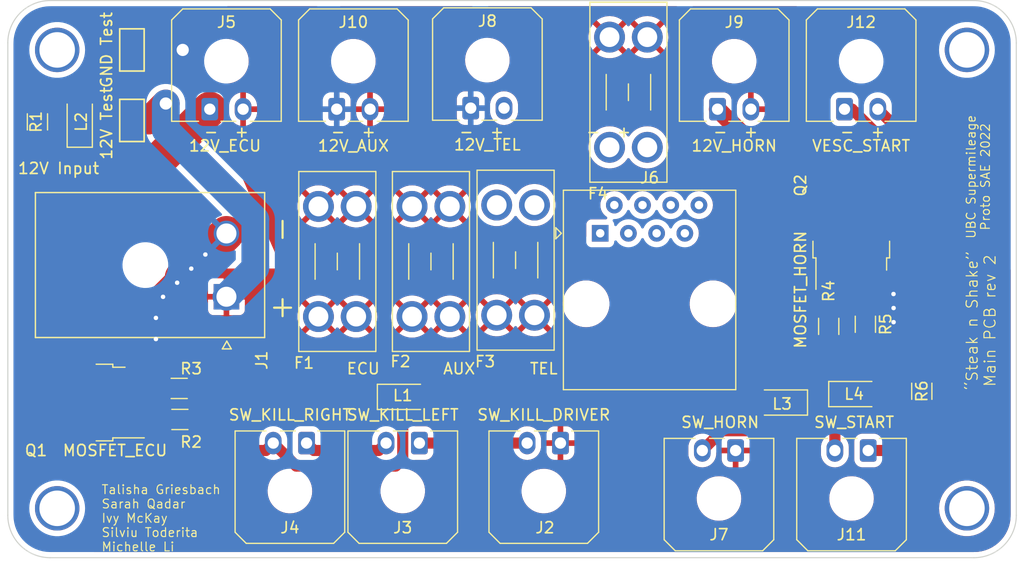
<source format=kicad_pcb>
(kicad_pcb (version 20211014) (generator pcbnew)
  (layers (0 "F.Cu" signal) (31 "B.Cu" signal) (34 "B.Paste" user) (35 "F.Paste" user) (36 "B.SilkS" user "B.Silkscreen") (37 "F.SilkS" user "F.Silkscreen") (38 "B.Mask" user) (39 "F.Mask" user) (44 "Edge.Cuts" user))
  (net 0 "")
  (net 1 "GND")
  (net 2 "+12V")
  (net 3 "Net-(F2-Pad1)")
  (net 4 "Net-(F3-Pad1)")
  (net 5 "Net-(F4-Pad1)")
  (net 6 "Net-(J2-Pad2)")
  (net 7 "Net-(J3-Pad2)")
  (net 8 "Net-(J5-Pad1)")
  (net 9 "Net-(J11-Pad1)")
  (net 10 "Net-(J12-Pad1)")
  (net 11 "Net-(F1-Pad1)")
  (net 12 "Net-(J4-Pad2)")
  (net 13 "Net-(J7-Pad2)")
  (net 14 "Net-(J9-Pad1)")
  (net 15 "Net-(J11-Pad2)")
  (net 16 "Net-(L1-Pad1)")
  (net 17 "Net-(L2-Pad1)")
  (net 18 "Net-(L3-Pad1)")
  (net 19 "Net-(L4-Pad1)")
  (net 23 "/VESC_START")
  (net 24 "/J11")
  (net 25 "/J7")
  (net 26 "/J2")
  (footprint "MountingHole:MountingHole_3.2mm_M3" (layer "F.Cu") (at 46.101 104.14)
    (fp_text reference "H1" hide)
    (fp_text value "MountingHole")
    (pad "1" thru_hole circle locked (at 0 0) (size 4 4) (drill 3.2) (layers *.Cu *.Mask))
  )
  (footprint "MountingHole:MountingHole_3.2mm_M3" (layer "F.Cu") (at 46.101 145.415)
    (fp_text reference "H2" hide)
    (fp_text value "MountingHole")
    (pad "1" thru_hole circle locked (at 0 0) (size 4 4) (drill 3.2) (layers *.Cu *.Mask))
  )
  (footprint "TestPoint:TestPoint_Keystone_5015_Micro-Minature" (layer "F.Cu") (at 52.832 110.49 90)
    (fp_text reference "TP1" hide)
    (fp_text value "12V Test" (at -0.254 -2.286 90) (layer "F.SilkS"))
    (fp_line (start 1.9 -1.1) (end 1.9 1.1) (layer "F.SilkS") (width 0.15))
    (fp_line (start -1.9 -1.1) (end 1.9 -1.1) (layer "F.SilkS") (width 0.15))
    (fp_line (start 1.9 1.1) (end -1.9 1.1) (layer "F.SilkS") (width 0.15))
    (fp_line (start -1.9 1.1) (end -1.9 -1.1) (layer "F.SilkS") (width 0.15))
    (pad "1" smd rect locked (at 0 0 90) (size 3.4 1.8) (layers "F.Cu" "F.Paste" "F.Mask") (net 2 "+12V"))
  )
  (footprint "TestPoint:TestPoint_Keystone_5015_Micro-Minature" (layer "F.Cu") (at 52.832 104.14 90)
    (fp_text reference "TP2" hide)
    (fp_text value "GND Test" (at 0 -2.286 90) (layer "F.SilkS"))
    (fp_line (start -1.9 -1.1) (end 1.9 -1.1) (layer "F.SilkS") (width 0.15))
    (fp_line (start 1.9 1.1) (end -1.9 1.1) (layer "F.SilkS") (width 0.15))
    (fp_line (start 1.9 -1.1) (end 1.9 1.1) (layer "F.SilkS") (width 0.15))
    (fp_line (start -1.9 1.1) (end -1.9 -1.1) (layer "F.SilkS") (width 0.15))
    (pad "1" smd rect locked (at 0 0 90) (size 3.4 1.8) (layers "F.Cu" "F.Paste" "F.Mask") (net 1 "GND"))
  )
  (footprint "LED_SMD:LED_1206_3216Metric" (layer "F.Cu") (at 77.216 135.382)
    (fp_text reference "L1" (at 0 -0.127) (layer "F.SilkS"))
    (fp_text value "GREEN")
    (fp_line (start 1.6 -1.135) (end -2.285 -1.135) (layer "F.SilkS") (width 0.12))
    (fp_line (start -2.285 1.135) (end 1.6 1.135) (layer "F.SilkS") (width 0.12))
    (fp_line (start -2.285 -1.135) (end -2.285 1.135) (layer "F.SilkS") (width 0.12))
    (pad "1" smd roundrect locked (at -1.4 0) (size 1.25 1.75) (layers "F.Cu" "F.Paste" "F.Mask") (roundrect_rratio 0.2) (net 16 "Net-(L1-Pad1)"))
    (pad "2" smd roundrect locked (at 1.4 0) (size 1.25 1.75) (layers "F.Cu" "F.Paste" "F.Mask") (roundrect_rratio 0.2) (net 12 "Net-(J4-Pad2)"))
  )
  (footprint "LED_SMD:LED_1206_3216Metric" (layer "F.Cu") (at 111.376 135.89 180)
    (fp_text reference "L3" (at 0 -0.127) (layer "F.SilkS"))
    (fp_text value "GREEN")
    (fp_line (start 1.6 -1.135) (end -2.285 -1.135) (layer "F.SilkS") (width 0.12))
    (fp_line (start -2.285 -1.135) (end -2.285 1.135) (layer "F.SilkS") (width 0.12))
    (fp_line (start -2.285 1.135) (end 1.6 1.135) (layer "F.SilkS") (width 0.12))
    (pad "1" smd roundrect locked (at -1.4 0 180) (size 1.25 1.75) (layers "F.Cu" "F.Paste" "F.Mask") (roundrect_rratio 0.2) (net 18 "Net-(L3-Pad1)"))
    (pad "2" smd roundrect locked (at 1.4 0 180) (size 1.25 1.75) (layers "F.Cu" "F.Paste" "F.Mask") (roundrect_rratio 0.2) (net 13 "Net-(J7-Pad2)"))
  )
  (footprint "Fuse:Fuseholder_Blade_Mini_Keystone_3568" (layer "F.Cu") (at 73.025 118.23 -90)
    (fp_text reference "F1" (at 14.097 4.699 180) (layer "F.SilkS"))
    (fp_text value "5A")
    (fp_line (start 13.06 5.17) (end 13.06 -1.77) (layer "F.SilkS") (width 0.12))
    (fp_line (start 13.06 -1.77) (end -3.14 -1.77) (layer "F.SilkS") (width 0.12))
    (fp_line (start 3.36 -0.3) (end 6.56 -0.3) (layer "F.SilkS") (width 0.12))
    (fp_line (start -3.14 -1.77) (end -3.14 5.17) (layer "F.SilkS") (width 0.12))
    (fp_line (start 6.56 3.7) (end 3.36 3.7) (layer "F.SilkS") (width 0.12))
    (fp_line (start 4.21 1.7) (end 5.71 1.7) (layer "F.SilkS") (width 0.12))
    (fp_line (start -3.14 5.17) (end 13.06 5.17) (layer "F.SilkS") (width 0.12))
    (pad "1" thru_hole circle locked (at 0 0 270) (size 2.78 2.78) (drill 1.78) (layers *.Cu *.Mask) (net 11 "Net-(F1-Pad1)"))
    (pad "1" thru_hole circle locked (at 0 3.4 270) (size 2.78 2.78) (drill 1.78) (layers *.Cu *.Mask) (net 11 "Net-(F1-Pad1)"))
    (pad "2" thru_hole circle locked (at 9.92 0 270) (size 2.78 2.78) (drill 1.78) (layers *.Cu *.Mask) (net 2 "+12V"))
    (pad "2" thru_hole circle locked (at 9.92 3.4 270) (size 2.78 2.78) (drill 1.78) (layers *.Cu *.Mask) (net 2 "+12V"))
  )
  (footprint "Fuse:Fuseholder_Blade_Mini_Keystone_3568" (layer "F.Cu") (at 81.456 118.23 -90)
    (fp_text reference "F2" (at 13.97 4.445 180) (layer "F.SilkS"))
    (fp_text value "1A")
    (fp_line (start 4.21 1.7) (end 5.71 1.7) (layer "F.SilkS") (width 0.12))
    (fp_line (start 13.06 -1.77) (end -3.14 -1.77) (layer "F.SilkS") (width 0.12))
    (fp_line (start -3.14 -1.77) (end -3.14 5.17) (layer "F.SilkS") (width 0.12))
    (fp_line (start 3.36 -0.3) (end 6.56 -0.3) (layer "F.SilkS") (width 0.12))
    (fp_line (start -3.14 5.17) (end 13.06 5.17) (layer "F.SilkS") (width 0.12))
    (fp_line (start 6.56 3.7) (end 3.36 3.7) (layer "F.SilkS") (width 0.12))
    (fp_line (start 13.06 5.17) (end 13.06 -1.77) (layer "F.SilkS") (width 0.12))
    (pad "1" thru_hole circle locked (at 0 0 270) (size 2.78 2.78) (drill 1.78) (layers *.Cu *.Mask) (net 3 "Net-(F2-Pad1)"))
    (pad "1" thru_hole circle locked (at 0 3.4 270) (size 2.78 2.78) (drill 1.78) (layers *.Cu *.Mask) (net 3 "Net-(F2-Pad1)"))
    (pad "2" thru_hole circle locked (at 9.92 3.4 270) (size 2.78 2.78) (drill 1.78) (layers *.Cu *.Mask) (net 2 "+12V"))
    (pad "2" thru_hole circle locked (at 9.92 0 270) (size 2.78 2.78) (drill 1.78) (layers *.Cu *.Mask) (net 2 "+12V"))
  )
  (footprint "Fuse:Fuseholder_Blade_Mini_Keystone_3568" (layer "F.Cu") (at 99.236 102.99 -90)
    (fp_text reference "F4" (at 14.097 4.445 180) (layer "F.SilkS"))
    (fp_text value "2A")
    (fp_line (start -3.14 5.17) (end 13.06 5.17) (layer "F.SilkS") (width 0.12))
    (fp_line (start 4.21 1.7) (end 5.71 1.7) (layer "F.SilkS") (width 0.12))
    (fp_line (start -3.14 -1.77) (end -3.14 5.17) (layer "F.SilkS") (width 0.12))
    (fp_line (start 6.56 3.7) (end 3.36 3.7) (layer "F.SilkS") (width 0.12))
    (fp_line (start 13.06 -1.77) (end -3.14 -1.77) (layer "F.SilkS") (width 0.12))
    (fp_line (start 3.36 -0.3) (end 6.56 -0.3) (layer "F.SilkS") (width 0.12))
    (fp_line (start 13.06 5.17) (end 13.06 -1.77) (layer "F.SilkS") (width 0.12))
    (pad "1" thru_hole circle locked (at 0 0 270) (size 2.78 2.78) (drill 1.78) (layers *.Cu *.Mask) (net 5 "Net-(F4-Pad1)"))
    (pad "1" thru_hole circle locked (at 0 3.4 270) (size 2.78 2.78) (drill 1.78) (layers *.Cu *.Mask) (net 5 "Net-(F4-Pad1)"))
    (pad "2" thru_hole circle locked (at 9.92 0 270) (size 2.78 2.78) (drill 1.78) (layers *.Cu *.Mask) (net 2 "+12V"))
    (pad "2" thru_hole circle locked (at 9.92 3.4 270) (size 2.78 2.78) (drill 1.78) (layers *.Cu *.Mask) (net 2 "+12V"))
  )
  (footprint "MountingHole:MountingHole_3.2mm_M3" (layer "F.Cu") (at 128.016 104.14)
    (fp_text reference "H3" hide)
    (fp_text value "MountingHole")
    (pad "1" thru_hole circle locked (at 0 0) (size 4 4) (drill 3.2) (layers *.Cu *.Mask))
  )
  (footprint "MountingHole:MountingHole_3.2mm_M3" (layer "F.Cu") (at 128.016 145.415)
    (fp_text reference "H4" hide)
    (fp_text value "MountingHole")
    (pad "1" thru_hole circle locked (at 0 0) (size 4 4) (drill 3.2) (layers *.Cu *.Mask))
  )
  (footprint "Connector_Molex:Molex_Micro-Fit_3.0_43650-0200_1x02_P3.00mm_Horizontal" (layer "F.Cu") (at 91.416 139.54 180)
    (fp_text reference "J2" (at 1.397 -7.62) (layer "F.SilkS"))
    (fp_text value "SW_KILL_DRIVER" (at 1.5 2.54) (layer "F.SilkS"))
    (fp_line (start -3.435 1.09) (end -1.01 1.09) (layer "F.SilkS") (width 0.12))
    (fp_line (start -3.435 -8.03) (end -2.435 -9.03) (layer "F.SilkS") (width 0.12))
    (fp_line (start 5.435 -9.03) (end 6.435 -8.03) (layer "F.SilkS") (width 0.12))
    (fp_line (start 1.01 1.09) (end 2.348233 1.09) (layer "F.SilkS") (width 0.12))
    (fp_line (start -2.435 -9.03) (end 5.435 -9.03) (layer "F.SilkS") (width 0.12))
    (fp_line (start 6.435 -8.03) (end 6.435 1.09) (layer "F.SilkS") (width 0.12))
    (fp_line (start 6.435 1.09) (end 3.651767 1.09) (layer "F.SilkS") (width 0.12))
    (fp_line (start -3.435 1.09) (end -3.435 -8.03) (layer "F.SilkS") (width 0.12))
    (pad "" np_thru_hole circle locked (at 1.5 -4.32 180) (size 3 3) (drill 3) (layers *.Cu *.Mask))
    (pad "1" thru_hole roundrect locked (at 0 0 180) (size 1.5 2.02) (drill 1.02) (layers *.Cu *.Mask) (roundrect_rratio 0.1666666667) (net 2 "+12V"))
    (pad "2" thru_hole oval locked (at 3 0 180) (size 1.5 2.02) (drill 1.02) (layers *.Cu *.Mask) (net 6 "Net-(J2-Pad2)"))
  )
  (footprint "Connector_Molex:Molex_Micro-Fit_3.0_43650-0200_1x02_P3.00mm_Horizontal" (layer "F.Cu") (at 78.716 139.54 180)
    (fp_text reference "J3" (at 1.5 -7.62) (layer "F.SilkS"))
    (fp_text value "SW_KILL_LEFT" (at 1.5 2.54) (layer "F.SilkS"))
    (fp_line (start -3.435 1.09) (end -3.435 -8.03) (layer "F.SilkS") (width 0.12))
    (fp_line (start 6.435 1.09) (end 3.651767 1.09) (layer "F.SilkS") (width 0.12))
    (fp_line (start -3.435 1.09) (end -1.01 1.09) (layer "F.SilkS") (width 0.12))
    (fp_line (start 1.01 1.09) (end 2.348233 1.09) (layer "F.SilkS") (width 0.12))
    (fp_line (start -2.435 -9.03) (end 5.435 -9.03) (layer "F.SilkS") (width 0.12))
    (fp_line (start 5.435 -9.03) (end 6.435 -8.03) (layer "F.SilkS") (width 0.12))
    (fp_line (start 6.435 -8.03) (end 6.435 1.09) (layer "F.SilkS") (width 0.12))
    (fp_line (start -3.435 -8.03) (end -2.435 -9.03) (layer "F.SilkS") (width 0.12))
    (pad "" np_thru_hole circle locked (at 1.5 -4.32 180) (size 3 3) (drill 3) (layers *.Cu *.Mask))
    (pad "1" thru_hole roundrect locked (at 0 0 180) (size 1.5 2.02) (drill 1.02) (layers *.Cu *.Mask) (roundrect_rratio 0.1666666667) (net 6 "Net-(J2-Pad2)"))
    (pad "2" thru_hole oval locked (at 3 0 180) (size 1.5 2.02) (drill 1.02) (layers *.Cu *.Mask) (net 7 "Net-(J3-Pad2)"))
  )
  (footprint "Connector_Molex:Molex_Micro-Fit_3.0_43650-0200_1x02_P3.00mm_Horizontal" (layer "F.Cu") (at 68.556 139.54 180)
    (fp_text reference "J4" (at 1.5 -7.62) (layer "F.SilkS"))
    (fp_text value "SW_KILL_RIGHT" (at 1.5 2.54) (layer "F.SilkS"))
    (fp_line (start -3.435 1.09) (end -3.435 -8.03) (layer "F.SilkS") (width 0.12))
    (fp_line (start 6.435 -8.03) (end 6.435 1.09) (layer "F.SilkS") (width 0.12))
    (fp_line (start -3.435 -8.03) (end -2.435 -9.03) (layer "F.SilkS") (width 0.12))
    (fp_line (start -2.435 -9.03) (end 5.435 -9.03) (layer "F.SilkS") (width 0.12))
    (fp_line (start 5.435 -9.03) (end 6.435 -8.03) (layer "F.SilkS") (width 0.12))
    (fp_line (start 6.435 1.09) (end 3.651767 1.09) (layer "F.SilkS") (width 0.12))
    (fp_line (start -3.435 1.09) (end -1.01 1.09) (layer "F.SilkS") (width 0.12))
    (fp_line (start 1.01 1.09) (end 2.348233 1.09) (layer "F.SilkS") (width 0.12))
    (pad "" np_thru_hole circle locked (at 1.5 -4.32 180) (size 3 3) (drill 3) (layers *.Cu *.Mask))
    (pad "1" thru_hole roundrect locked (at 0 0 180) (size 1.5 2.02) (drill 1.02) (layers *.Cu *.Mask) (roundrect_rratio 0.1666666667) (net 7 "Net-(J3-Pad2)"))
    (pad "2" thru_hole oval locked (at 3 0 180) (size 1.5 2.02) (drill 1.02) (layers *.Cu *.Mask) (net 12 "Net-(J4-Pad2)"))
  )
  (footprint "Connector_Molex:Molex_Micro-Fit_3.0_43650-0200_1x02_P3.00mm_Horizontal" (layer "F.Cu") (at 59.841 109.476)
    (fp_text reference "J5" (at 1.5 -7.834) (layer "F.SilkS"))
    (fp_text value "12V_ECU" (at 1.373 3.3) (layer "F.SilkS"))
    (fp_line (start -3.435 1.09) (end -1.01 1.09) (layer "F.SilkS") (width 0.12))
    (fp_line (start -2.435 -9.03) (end 5.435 -9.03) (layer "F.SilkS") (width 0.12))
    (fp_line (start -3.435 -8.03) (end -2.435 -9.03) (layer "F.SilkS") (width 0.12))
    (fp_line (start 6.435 -8.03) (end 6.435 1.09) (layer "F.SilkS") (width 0.12))
    (fp_line (start 6.435 1.09) (end 3.651767 1.09) (layer "F.SilkS") (width 0.12))
    (fp_line (start -3.435 1.09) (end -3.435 -8.03) (layer "F.SilkS") (width 0.12))
    (fp_line (start 1.01 1.09) (end 2.348233 1.09) (layer "F.SilkS") (width 0.12))
    (fp_line (start 5.435 -9.03) (end 6.435 -8.03) (layer "F.SilkS") (width 0.12))
    (pad "" np_thru_hole circle locked (at 1.5 -4.32) (size 3 3) (drill 3) (layers *.Cu *.Mask))
    (pad "1" thru_hole roundrect locked (at 0 0) (size 1.5 2.02) (drill 1.02) (layers *.Cu *.Mask) (roundrect_rratio 0.1666666667) (net 8 "Net-(J5-Pad1)"))
    (pad "2" thru_hole oval locked (at 3 0) (size 1.5 2.02) (drill 1.02) (layers *.Cu *.Mask) (net 11 "Net-(F1-Pad1)"))
  )
  (footprint "Connector_Molex:Molex_Micro-Fit_3.0_43650-0200_1x02_P3.00mm_Horizontal" (layer "F.Cu") (at 107.188 140.208 180)
    (fp_text reference "J7" (at 1.5 -7.58) (layer "F.SilkS"))
    (fp_text value "SW_HORN" (at 1.397 2.54) (layer "F.SilkS"))
    (fp_line (start 6.435 1.09) (end 3.651767 1.09) (layer "F.SilkS") (width 0.12))
    (fp_line (start 5.435 -9.03) (end 6.435 -8.03) (layer "F.SilkS") (width 0.12))
    (fp_line (start -3.435 1.09) (end -1.01 1.09) (layer "F.SilkS") (width 0.12))
    (fp_line (start -3.435 -8.03) (end -2.435 -9.03) (layer "F.SilkS") (width 0.12))
    (fp_line (start 6.435 -8.03) (end 6.435 1.09) (layer "F.SilkS") (width 0.12))
    (fp_line (start -2.435 -9.03) (end 5.435 -9.03) (layer "F.SilkS") (width 0.12))
    (fp_line (start 1.01 1.09) (end 2.348233 1.09) (layer "F.SilkS") (width 0.12))
    (fp_line (start -3.435 1.09) (end -3.435 -8.03) (layer "F.SilkS") (width 0.12))
    (pad "" np_thru_hole circle locked (at 1.5 -4.32 180) (size 3 3) (drill 3) (layers *.Cu *.Mask))
    (pad "1" thru_hole roundrect locked (at 0 0 180) (size 1.5 2.02) (drill 1.02) (layers *.Cu *.Mask) (roundrect_rratio 0.1666666667) (net 2 "+12V"))
    (pad "2" thru_hole oval locked (at 3 0 180) (size 1.5 2.02) (drill 1.02) (layers *.Cu *.Mask) (net 13 "Net-(J7-Pad2)"))
  )
  (footprint "Connector_RJ:RJ45_Amphenol_54602-x08_Horizontal" (layer "F.Cu") (at 94.996 120.65)
    (fp_text reference "J6" (at 4.445 -5) (layer "F.SilkS"))
    (fp_text value "RJ45")
    (fp_line (start -3.315 -3.88) (end -3.315 14.08) (layer "F.SilkS") (width 0.12))
    (fp_line (start -4 -0.5) (end -4 0.5) (layer "F.SilkS") (width 0.12))
    (fp_line (start 12.205 -3.88) (end -3.315 -3.88) (layer "F.SilkS") (width 0.12))
    (fp_line (start -3.315 14.08) (end 12.205 14.08) (layer "F.SilkS") (width 0.12))
    (fp_line (start 12.205 -3.88) (end 12.205 14.08) (layer "F.SilkS") (width 0.12))
    (fp_line (start -4 0.5) (end -3.5 0) (layer "F.SilkS") (width 0.12))
    (fp_line (start -3.5 0) (end -4 -0.5) (layer "F.SilkS") (width 0.12))
    (pad "" np_thru_hole circle (at -1.27 6.35) (size 3.2 3.2) (drill 3.2) (layers *.Cu *.Mask))
    (pad "" np_thru_hole circle (at 10.16 6.35) (size 3.2 3.2) (drill 3.2) (layers *.Cu *.Mask))
    (pad "1" thru_hole rect (at 0 0) (size 1.5 1.5) (drill 0.76) (layers *.Cu *.Mask))
    (pad "2" thru_hole circle (at 1.27 -2.54) (size 1.5 1.5) (drill 0.76) (layers *.Cu *.Mask))
    (pad "3" thru_hole circle (at 2.54 0) (size 1.5 1.5) (drill 0.76) (layers *.Cu *.Mask))
    (pad "4" thru_hole circle (at 3.81 -2.54) (size 1.5 1.5) (drill 0.76) (layers *.Cu *.Mask) (net 23 "/VESC_START"))
    (pad "5" thru_hole circle (at 5.08 0) (size 1.5 1.5) (drill 0.76) (layers *.Cu *.Mask) (net 24 "/J11"))
    (pad "6" thru_hole circle (at 6.35 -2.54) (size 1.5 1.5) (drill 0.76) (layers *.Cu *.Mask) (net 25 "/J7"))
    (pad "7" thru_hole circle (at 7.62 0) (size 1.5 1.5) (drill 0.76) (layers *.Cu *.Mask) (net 26 "/J2"))
    (pad "8" thru_hole circle (at 8.89 -2.54) (size 1.5 1.5) (drill 0.76) (layers *.Cu *.Mask) (net 2 "+12V"))
  )
  (footprint "Connector_Molex:Molex_Micro-Fit_3.0_43650-0200_1x02_P3.00mm_Horizontal" (layer "F.Cu") (at 105.561 109.476)
    (fp_text reference "J9" (at 1.5 -7.834) (layer "F.SilkS"))
    (fp_text value "12V_HORN" (at 1.5 3.3) (layer "F.SilkS"))
    (fp_line (start -3.435 1.09) (end -1.01 1.09) (layer "F.SilkS") (width 0.12))
    (fp_line (start -3.435 -8.03) (end -2.435 -9.03) (layer "F.SilkS") (width 0.12))
    (fp_line (start 1.01 1.09) (end 2.348233 1.09) (layer "F.SilkS") (width 0.12))
    (fp_line (start -3.435 1.09) (end -3.435 -8.03) (layer "F.SilkS") (width 0.12))
    (fp_line (start 5.435 -9.03) (end 6.435 -8.03) (layer "F.SilkS") (width 0.12))
    (fp_line (start 6.435 -8.03) (end 6.435 1.09) (layer "F.SilkS") (width 0.12))
    (fp_line (start 6.435 1.09) (end 3.651767 1.09) (layer "F.SilkS") (width 0.12))
    (fp_line (start -2.435 -9.03) (end 5.435 -9.03) (layer "F.SilkS") (width 0.12))
    (pad "" np_thru_hole circle locked (at 1.5 -4.32) (size 3 3) (drill 3) (layers *.Cu *.Mask))
    (pad "1" thru_hole roundrect locked (at 0 0) (size 1.5 2.02) (drill 1.02) (layers *.Cu *.Mask) (roundrect_rratio 0.1666666667) (net 14 "Net-(J9-Pad1)"))
    (pad "2" thru_hole oval locked (at 3 0) (size 1.5 2.02) (drill 1.02) (layers *.Cu *.Mask) (net 5 "Net-(F4-Pad1)"))
  )
  (footprint "Connector_Molex:Molex_Micro-Fit_3.0_43650-0200_1x02_P3.00mm_Horizontal" (layer "F.Cu") (at 83.336 109.38)
    (fp_text reference "J8" (at 1.5 -7.834) (layer "F.SilkS"))
    (fp_text value "12V_TEL" (at 1.5 3.3) (layer "F.SilkS"))
    (fp_line (start -3.435 1.09) (end -3.435 -8.03) (layer "F.SilkS") (width 0.12))
    (fp_line (start -2.435 -9.03) (end 5.435 -9.03) (layer "F.SilkS") (width 0.12))
    (fp_line (start 1.01 1.09) (end 2.348233 1.09) (layer "F.SilkS") (width 0.12))
    (fp_line (start 6.435 1.09) (end 3.651767 1.09) (layer "F.SilkS") (width 0.12))
    (fp_line (start 5.435 -9.03) (end 6.435 -8.03) (layer "F.SilkS") (width 0.12))
    (fp_line (start -3.435 -8.03) (end -2.435 -9.03) (layer "F.SilkS") (width 0.12))
    (fp_line (start -3.435 1.09) (end -1.01 1.09) (layer "F.SilkS") (width 0.12))
    (fp_line (start 6.435 -8.03) (end 6.435 1.09) (layer "F.SilkS") (width 0.12))
    (pad "" np_thru_hole circle locked (at 1.5 -4.32) (size 3 3) (drill 3) (layers *.Cu *.Mask))
    (pad "1" thru_hole roundrect locked (at 0 0) (size 1.5 2.02) (drill 1.02) (layers *.Cu *.Mask) (roundrect_rratio 0.1666666667) (net 1 "GND"))
    (pad "2" thru_hole oval locked (at 3 0) (size 1.5 2.02) (drill 1.02) (layers *.Cu *.Mask) (net 4 "Net-(F3-Pad1)"))
  )
  (footprint "Connector_Molex:Molex_Micro-Fit_3.0_43650-0200_1x02_P3.00mm_Horizontal" (layer "F.Cu") (at 119.126 140.208 180)
    (fp_text reference "J11" (at 1.5 -7.58) (layer "F.SilkS"))
    (fp_text value "SW_START" (at 1.27 2.54) (layer "F.SilkS"))
    (fp_line (start -3.435 1.09) (end -1.01 1.09) (layer "F.SilkS") (width 0.12))
    (fp_line (start -3.435 1.09) (end -3.435 -8.03) (layer "F.SilkS") (width 0.12))
    (fp_line (start 1.01 1.09) (end 2.348233 1.09) (layer "F.SilkS") (width 0.12))
    (fp_line (start 5.435 -9.03) (end 6.435 -8.03) (layer "F.SilkS") (width 0.12))
    (fp_line (start 6.435 -8.03) (end 6.435 1.09) (layer "F.SilkS") (width 0.12))
    (fp_line (start -2.435 -9.03) (end 5.435 -9.03) (layer "F.SilkS") (width 0.12))
    (fp_line (start 6.435 1.09) (end 3.651767 1.09) (layer "F.SilkS") (width 0.12))
    (fp_line (start -3.435 -8.03) (end -2.435 -9.03) (layer "F.SilkS") (width 0.12))
    (pad "" np_thru_hole circle locked (at 1.5 -4.32 180) (size 3 3) (drill 3) (layers *.Cu *.Mask))
    (pad "1" thru_hole roundrect locked (at 0 0 180) (size 1.5 2.02) (drill 1.02) (layers *.Cu *.Mask) (roundrect_rratio 0.1666666667) (net 9 "Net-(J11-Pad1)"))
    (pad "2" thru_hole oval locked (at 3 0 180) (size 1.5 2.02) (drill 1.02) (layers *.Cu *.Mask) (net 15 "Net-(J11-Pad2)"))
  )
  (footprint "Connector_Molex:Molex_Micro-Fit_3.0_43650-0200_1x02_P3.00mm_Horizontal" (layer "F.Cu") (at 116.991 109.476)
    (fp_text reference "J12" (at 1.5 -7.834) (layer "F.SilkS"))
    (fp_text value "VESC_START" (at 1.5 3.3) (layer "F.SilkS"))
    (fp_line (start -3.435 1.09) (end -3.435 -8.03) (layer "F.SilkS") (width 0.12))
    (fp_line (start 5.435 -9.03) (end 6.435 -8.03) (layer "F.SilkS") (width 0.12))
    (fp_line (start -3.435 1.09) (end -1.01 1.09) (layer "F.SilkS") (width 0.12))
    (fp_line (start 6.435 -8.03) (end 6.435 1.09) (layer "F.SilkS") (width 0.12))
    (fp_line (start 1.01 1.09) (end 2.348233 1.09) (layer "F.SilkS") (width 0.12))
    (fp_line (start -3.435 -8.03) (end -2.435 -9.03) (layer "F.SilkS") (width 0.12))
    (fp_line (start -2.435 -9.03) (end 5.435 -9.03) (layer "F.SilkS") (width 0.12))
    (fp_line (start 6.435 1.09) (end 3.651767 1.09) (layer "F.SilkS") (width 0.12))
    (pad "" np_thru_hole circle locked (at 1.5 -4.32) (size 3 3) (drill 3) (layers *.Cu *.Mask))
    (pad "1" thru_hole roundrect locked (at 0 0) (size 1.5 2.02) (drill 1.02) (layers *.Cu *.Mask) (roundrect_rratio 0.1666666667) (net 10 "Net-(J12-Pad1)"))
    (pad "2" thru_hole oval locked (at 3 0) (size 1.5 2.02) (drill 1.02) (layers *.Cu *.Mask) (net 9 "Net-(J11-Pad1)"))
  )
  (footprint "Package_TO_SOT_SMD:TO-252-3_TabPin2" (layer "F.Cu") (at 48.641 135.89 180)
    (fp_text reference "Q1" (at 4.445 -4.318) (layer "F.SilkS"))
    (fp_text value "MOSFET_ECU" (at -2.667 -4.318) (layer "F.SilkS"))
    (fp_line (start -2.47 -3.18) (end -5.3 -3.18) (layer "F.SilkS") (width 0.12))
    (fp_line (start -0.97 3.45) (end -2.47 3.45) (layer "F.SilkS") (width 0.12))
    (fp_line (start -2.47 3.18) (end -3.57 3.18) (layer "F.SilkS") (width 0.12))
    (fp_line (start -0.97 -3.45) (end -2.47 -3.45) (layer "F.SilkS") (width 0.12))
    (fp_line (start -2.47 -3.45) (end -2.47 -3.18) (layer "F.SilkS") (width 0.12))
    (fp_line (start -2.47 3.45) (end -2.47 3.18) (layer "F.SilkS") (width 0.12))
    (pad "1" smd rect locked (at -4.2 -2.28 180) (size 2.2 1.2) (layers "F.Cu" "F.Paste" "F.Mask") (net 12 "Net-(J4-Pad2)"))
    (pad "2" smd rect locked (at 2.1 0 180) (size 6.4 5.8) (layers "F.Cu" "F.Mask") (net 8 "Net-(J5-Pad1)"))
    (pad "2" smd rect locked (at -4.2 0 180) (size 2.2 1.2) (layers "F.Cu" "F.Paste" "F.Mask") (net 8 "Net-(J5-Pad1)"))
    (pad "3" smd rect locked (at -4.2 2.28 180) (size 2.2 1.2) (layers "F.Cu" "F.Paste" "F.Mask") (net 1 "GND"))
  )
  (footprint "Package_TO_SOT_SMD:TO-252-3_TabPin2" (layer "F.Cu") (at 117.602 120.396 90)
    (fp_text reference "Q2" (at 4.064 -4.572 90) (layer "F.SilkS"))
    (fp_text value "MOSFET_HORN" (at -5.334 -4.572 90) (layer "F.SilkS"))
    (fp_line (start -0.97 -3.45) (end -2.47 -3.45) (layer "F.SilkS") (width 0.12))
    (fp_line (start -2.47 3.45) (end -2.47 3.18) (layer "F.SilkS") (width 0.12))
    (fp_line (start -0.97 3.45) (end -2.47 3.45) (layer "F.SilkS") (width 0.12))
    (fp_line (start -2.47 3.18) (end -3.57 3.18) (layer "F.SilkS") (width 0.12))
    (fp_line (start -2.47 -3.18) (end -5.3 -3.18) (layer "F.SilkS") (width 0.12))
    (fp_line (start -2.47 -3.45) (end -2.47 -3.18) (layer "F.SilkS") (width 0.12))
    (pad "1" smd rect locked (at -4.2 -2.28 90) (size 2.2 1.2) (layers "F.Cu" "F.Paste" "F.Mask") (net 13 "Net-(J7-Pad2)"))
    (pad "2" smd rect locked (at -4.2 0 90) (size 2.2 1.2) (layers "F.Cu" "F.Paste" "F.Mask") (net 14 "Net-(J9-Pad1)"))
    (pad "2" smd rect locked (at 2.1 0 90) (size 6.4 5.8) (layers "F.Cu" "F.Mask") (net 14 "Net-(J9-Pad1)"))
    (pad "3" smd rect locked (at -4.2 2.28 90) (size 2.2 1.2) (layers "F.Cu" "F.Paste" "F.Mask") (net 1 "GND"))
  )
  (footprint "Resistor_SMD:R_1206_3216Metric" (layer "F.Cu") (at 57.15 137.414 180)
    (fp_text reference "R2" (at -1.016 -2.032) (layer "F.SilkS"))
    (fp_text value "1k")
    (fp_line (start -0.727064 -0.91) (end 0.727064 -0.91) (layer "F.SilkS") (width 0.12))
    (fp_line (start -0.727064 0.91) (end 0.727064 0.91) (layer "F.SilkS") (width 0.12))
    (pad "1" smd roundrect locked (at -1.4625 0 180) (size 1.125 1.75) (layers "F.Cu" "F.Paste" "F.Mask") (roundrect_rratio 0.2222213333) (net 16 "Net-(L1-Pad1)"))
    (pad "2" smd roundrect locked (at 1.4625 0 180) (size 1.125 1.75) (layers "F.Cu" "F.Paste" "F.Mask") (roundrect_rratio 0.2222213333) (net 1 "GND"))
  )
  (footprint "Resistor_SMD:R_1206_3216Metric" (layer "F.Cu") (at 57.0885 134.62)
    (fp_text reference "R3" (at 1.0775 -1.778) (layer "F.SilkS"))
    (fp_text value "10k")
    (fp_line (start -0.727064 -0.91) (end 0.727064 -0.91) (layer "F.SilkS") (width 0.12))
    (fp_line (start -0.727064 0.91) (end 0.727064 0.91) (layer "F.SilkS") (width 0.12))
    (pad "1" smd roundrect locked (at -1.4625 0) (size 1.125 1.75) (layers "F.Cu" "F.Paste" "F.Mask") (roundrect_rratio 0.2222213333) (net 12 "Net-(J4-Pad2)"))
    (pad "2" smd roundrect locked (at 1.4625 0) (size 1.125 1.75) (layers "F.Cu" "F.Paste" "F.Mask") (roundrect_rratio 0.2222213333) (net 1 "GND"))
  )
  (footprint "Resistor_SMD:R_1206_3216Metric" (layer "F.Cu") (at 115.57 129.032 90)
    (fp_text reference "R4" (at 3.175 0 90) (layer "F.SilkS"))
    (fp_text value "1k")
    (fp_line (start -0.727064 0.91) (end 0.727064 0.91) (layer "F.SilkS") (width 0.12))
    (fp_line (start -0.727064 -0.91) (end 0.727064 -0.91) (layer "F.SilkS") (width 0.12))
    (pad "1" smd roundrect locked (at -1.4625 0 90) (size 1.125 1.75) (layers "F.Cu" "F.Paste" "F.Mask") (roundrect_rratio 0.2222213333) (net 18 "Net-(L3-Pad1)"))
    (pad "2" smd roundrect locked (at 1.4625 0 90) (size 1.125 1.75) (layers "F.Cu" "F.Paste" "F.Mask") (roundrect_rratio 0.2222213333) (net 1 "GND"))
  )
  (footprint "Resistor_SMD:R_1206_3216Metric" (layer "F.Cu") (at 118.872 128.8435 -90)
    (fp_text reference "R5" (at 0 -1.82 90) (layer "F.SilkS"))
    (fp_text value "10k")
    (fp_line (start -0.727064 0.91) (end 0.727064 0.91) (layer "F.SilkS") (width 0.12))
    (fp_line (start -0.727064 -0.91) (end 0.727064 -0.91) (layer "F.SilkS") (width 0.12))
    (pad "1" smd roundrect locked (at -1.4625 0 270) (size 1.125 1.75) (layers "F.Cu" "F.Paste" "F.Mask") (roundrect_rratio 0.2222213333) (net 13 "Net-(J7-Pad2)"))
    (pad "2" smd roundrect locked (at 1.4625 0 270) (size 1.125 1.75) (layers "F.Cu" "F.Paste" "F.Mask") (roundrect_rratio 0.2222213333) (net 1 "GND"))
  )
  (footprint "Fuse:Fuseholder_Blade_Mini_Keystone_3568" (layer "F.Cu") (at 89.076 118.11 -90)
    (fp_text reference "F3" (at 14.097 4.445 180) (layer "F.SilkS"))
    (fp_text value "1A")
    (fp_line (start 6.56 3.7) (end 3.36 3.7) (layer "F.SilkS") (width 0.12))
    (fp_line (start 4.21 1.7) (end 5.71 1.7) (layer "F.SilkS") (width 0.12))
    (fp_line (start 3.36 -0.3) (end 6.56 -0.3) (layer "F.SilkS") (width 0.12))
    (fp_line (start -3.14 5.17) (end 13.06 5.17) (layer "F.SilkS") (width 0.12))
    (fp_line (start 13.06 5.17) (end 13.06 -1.77) (layer "F.SilkS") (width 0.12))
    (fp_line (start -3.14 -1.77) (end -3.14 5.17) (layer "F.SilkS") (width 0.12))
    (fp_line (start 13.06 -1.77) (end -3.14 -1.77) (layer "F.SilkS") (width 0.12))
    (pad "1" thru_hole circle locked (at 0 0 270) (size 2.78 2.78) (drill 1.78) (layers *.Cu *.Mask) (net 4 "Net-(F3-Pad1)"))
    (pad "1" thru_hole circle locked (at 0 3.4 270) (size 2.78 2.78) (drill 1.78) (layers *.Cu *.Mask) (net 4 "Net-(F3-Pad1)"))
    (pad "2" thru_hole circle locked (at 9.92 0 270) (size 2.78 2.78) (drill 1.78) (layers *.Cu *.Mask) (net 2 "+12V"))
    (pad "2" thru_hole circle locked (at 9.92 3.4 270) (size 2.78 2.78) (drill 1.78) (layers *.Cu *.Mask) (net 2 "+12V"))
  )
  (footprint "LED_SMD:LED_1206_3216Metric" (layer "F.Cu") (at 117.856 135.128)
    (fp_text reference "L4" (at 0 0) (layer "F.SilkS"))
    (fp_text value "GREEN")
    (fp_line (start 1.6 -1.135) (end -2.285 -1.135) (layer "F.SilkS") (width 0.12))
    (fp_line (start -2.285 -1.135) (end -2.285 1.135) (layer "F.SilkS") (width 0.12))
    (fp_line (start -2.285 1.135) (end 1.6 1.135) (layer "F.SilkS") (width 0.12))
    (pad "1" smd roundrect locked (at -1.4 0) (size 1.25 1.75) (layers "F.Cu" "F.Paste" "F.Mask") (roundrect_rratio 0.2) (net 19 "Net-(L4-Pad1)"))
    (pad "2" smd roundrect locked (at 1.4 0) (size 1.25 1.75) (layers "F.Cu" "F.Paste" "F.Mask") (roundrect_rratio 0.2) (net 15 "Net-(J11-Pad2)"))
  )
  (footprint "Resistor_SMD:R_1206_3216Metric" (layer "F.Cu") (at 123.952 134.874 90)
    (fp_text reference "R6" (at 0 0 90) (layer "F.SilkS"))
    (fp_text value "100")
    (fp_line (start -0.727064 -0.91) (end 0.727064 -0.91) (layer "F.SilkS") (width 0.12))
    (fp_line (start -0.727064 0.91) (end 0.727064 0.91) (layer "F.SilkS") (width 0.12))
    (pad "1" smd roundrect locked (at -1.4625 0 90) (size 1.125 1.75) (layers "F.Cu" "F.Paste" "F.Mask") (roundrect_rratio 0.2222213333) (net 19 "Net-(L4-Pad1)"))
    (pad "2" smd roundrect locked (at 1.4625 0 90) (size 1.125 1.75) (layers "F.Cu" "F.Paste" "F.Mask") (roundrect_rratio 0.2222213333) (net 10 "Net-(J12-Pad1)"))
  )
  (footprint "Footprint Library:MOLEX_2002411212" (layer "F.Cu") (at 61.341 126.365 -90)
    (fp_text reference "J1" (at 5.715 -3.175 90) (layer "F.SilkS"))
    (fp_text value "12V_IN")
    (fp_line (start 3.67 -3.44) (end 3.67 17.2) (layer "F.SilkS") (width 0.127))
    (fp_line (start -9.38 -3.44) (end 3.67 -3.44) (layer "F.SilkS") (width 0.127))
    (fp_line (start 3.996 -0.033) (end 4.696 -0.433) (layer "F.SilkS") (width 0.127))
    (fp_line (start -9.38 17.2) (end -9.38 -3.44) (layer "F.SilkS") (width 0.127))
    (fp_line (start 3.67 17.2) (end -9.38 17.2) (layer "F.SilkS") (width 0.127))
    (fp_line (start 4.696 -0.433) (end 4.696 0.367) (layer "F.SilkS") (width 0.127))
    (fp_line (start 4.696 0.367) (end 3.996 -0.033) (layer "F.SilkS") (width 0.127))
    (pad "" np_thru_hole circle locked (at -2.85 7.3 270) (size 3.1 3.1) (drill 3.1) (layers *.Cu *.Mask))
    (pad "1" thru_hole rect locked (at 0 0 270) (size 2.3 2.3) (drill 1.8) (layers *.Cu) (net 2 "+12V"))
    (pad "2" thru_hole circle locked (at -5.7 0 270) (size 2.3 2.3) (drill 1.8) (layers *.Cu) (net 1 "GND"))
  )
  (footprint "Connector_Molex:Molex_Micro-Fit_3.0_43650-0200_1x02_P3.00mm_Horizontal" (layer "F.Cu") (at 71.271 109.476)
    (fp_text reference "J10" (at 1.5 -7.834) (layer "F.SilkS"))
    (fp_text value "12V_AUX")
    (fp_line (start 6.435 1.09) (end 3.651767 1.09) (layer "F.SilkS") (width 0.12))
    (fp_line (start 6.435 -8.03) (end 6.435 1.09) (layer "F.SilkS") (width 0.12))
    (fp_line (start -3.435 1.09) (end -1.01 1.09) (layer "F.SilkS") (width 0.12))
    (fp_line (start -3.435 1.09) (end -3.435 -8.03) (layer "F.SilkS") (width 0.12))
    (fp_line (start 5.435 -9.03) (end 6.435 -8.03) (layer "F.SilkS") (width 0.12))
    (fp_line (start -3.435 -8.03) (end -2.435 -9.03) (layer "F.SilkS") (width 0.12))
    (fp_line (start -2.435 -9.03) (end 5.435 -9.03) (layer "F.SilkS") (width 0.12))
    (fp_line (start 1.01 1.09) (end 2.348233 1.09) (layer "F.SilkS") (width 0.12))
    (pad "" np_thru_hole circle locked (at 1.5 -4.32) (size 3 3) (drill 3) (layers *.Cu *.Mask))
    (pad "1" thru_hole roundrect locked (at 0 0) (size 1.5 2.02) (drill 1.02) (layers *.Cu *.Mask) (roundrect_rratio 0.1666666667) (net 1 "GND"))
    (pad "2" thru_hole oval locked (at 3 0) (size 1.5 2.02) (drill 1.02) (layers *.Cu *.Mask) (net 3 "Net-(F2-Pad1)"))
  )
  (footprint "LED_SMD:LED_1206_3216Metric" (layer "F.Cu") (at 48.133 110.617 90)
    (fp_text reference "L2" (at 0 0.127 90) (layer "F.SilkS"))
    (fp_text value "RED")
    (fp_line (start -2.285 -1.135) (end -2.285 1.135) (layer "F.SilkS") (width 0.12))
    (fp_line (start 1.6 -1.135) (end -2.285 -1.135) (layer "F.SilkS") (width 0.12))
    (fp_line (start -2.285 1.135) (end 1.6 1.135) (layer "F.SilkS") (width 0.12))
    (pad "1" smd roundrect locked (at -1.4 0 90) (size 1.25 1.75) (layers "F.Cu" "F.Paste" "F.Mask") (roundrect_rratio 0.2) (net 17 "Net-(L2-Pad1)"))
    (pad "2" smd roundrect locked (at 1.4 0 90) (size 1.25 1.75) (layers "F.Cu" "F.Paste" "F.Mask") (roundrect_rratio 0.2) (net 2 "+12V"))
  )
  (footprint "Resistor_SMD:R_1206_3216Metric" (layer "F.Cu") (at 44.323 110.617 -90)
    (fp_text reference "R1" (at 0 0.127 90) (layer "F.SilkS"))
    (fp_text value "1k")
    (fp_line (start -0.727064 -0.91) (end 0.727064 -0.91) (layer "F.SilkS") (width 0.12))
    (fp_line (start -0.727064 0.91) (end 0.727064 0.91) (layer "F.SilkS") (width 0.12))
    (pad "1" smd roundrect locked (at -1.4625 0 270) (size 1.125 1.75) (layers "F.Cu" "F.Paste" "F.Mask") (roundrect_rratio 0.2222213333) (net 1 "GND"))
    (pad "2" smd roundrect locked (at 1.4625 0 270) (size 1.125 1.75) (layers "F.Cu" "F.Paste" "F.Mask") (roundrect_rratio 0.2222213333) (net 17 "Net-(L2-Pad1)"))
  )
  (gr_arc (start 128.651 99.695) (mid 131.345077 100.810923) (end 132.461 103.505) (layer "Edge.Cuts") (width 0.1))
  (gr_arc (start 132.461 146.05) (mid 131.345077 148.744077) (end 128.651 149.86) (layer "Edge.Cuts") (width 0.1))
  (gr_line (start 41.656 103.505) (end 41.656 146.05) (layer "Edge.Cuts") (width 0.1))
  (gr_line (start 45.466 149.86) (end 128.651 149.86) (layer "Edge.Cuts") (width 0.1))
  (gr_arc (start 41.656 103.505) (mid 42.771923 100.810923) (end 45.466 99.695) (layer "Edge.Cuts") (width 0.1))
  (gr_arc (start 45.466 149.86) (mid 42.771923 148.744077) (end 41.656 146.05) (layer "Edge.Cuts") (width 0.1))
  (gr_line (start 132.461 103.505) (end 132.461 146.05) (layer "Edge.Cuts") (width 0.1))
  (gr_line (start 45.466 99.695) (end 128.651 99.695) (layer "Edge.Cuts") (width 0.1))
  (gr_text "“Steak n Shake”\nMain PCB rev 2" (at 129.286 128.524 90) (layer "F.SilkS") (effects (font (size 1 1) (thickness 0.1))))
  (gr_text "12V_AUX" (at 72.771 112.776) (layer "F.SilkS") (effects (font (size 1 1))))
  (gr_text "-  +" (at 72.771 111.506) (layer "F.SilkS") (effects (font (size 1 1))))
  (gr_text "-  +" (at 61.341 111.506) (layer "F.SilkS") (effects (font (size 1 1))))
  (gr_text "-   +" (at 66.548 123.825 -90) (layer "F.SilkS") (effects (font (size 2 2) (thickness 0.2))))
  (gr_text "-  +" (at 118.618 111.506) (layer "F.SilkS") (effects (font (size 1 1))))
  (gr_text "Talisha Griesbach\nSarah Qadar\nIvy McKay\nSilviu Toderita\nMichelle Li" (at 50.038 146.304) (layer "F.SilkS") (effects (font (size 0.8 0.8) (thickness 0.1)) (justify left)))
  (gr_text "-  +" (at 84.328 111.506) (layer "F.SilkS") (effects (font (size 1 1))))
  (gr_text "-  +" (at 95.758 111.506) (layer "F.SilkS") (effects (font (size 1 1))))
  (gr_text "TEL" (at 89.916 132.842) (layer "F.SilkS") (effects (font (size 1 1))))
  (gr_text "AUX" (at 82.296 132.842) (layer "F.SilkS") (effects (font (size 1 1))))
  (gr_text "-  +" (at 107.188 111.506) (layer "F.SilkS") (effects (font (size 1 1))))
  (gr_text "ECU" (at 73.66 132.842) (layer "F.SilkS") (effects (font (size 1 1))))
  (gr_text "12V Input" (at 46.228 114.808) (layer "F.SilkS") (effects (font (size 1 1))))
  (gr_text "UBC Supermileage\nProto SAE 2022" (at 129.032 115.57 90) (layer "F.SilkS") (effects (font (size 0.8 0.8) (thickness 0.1))))
  (segment (start 54.991 130.175) (end 54.991 131.445) (width 1.57) (layer "F.Cu") (net 1))
  (segment (start 54.991 128.27) (end 54.991 130.175) (width 1.57) (layer "F.Cu") (net 1))
  (segment (start 55.6335 126.3725) (end 54.991 127.015) (width 1.57) (layer "F.Cu") (net 1))
  (segment (start 121.412 127.381) (end 121.412 128.651) (width 1.57) (layer "F.Cu") (net 1))
  (segment (start 121.4045 126.1185) (end 121.412 126.126) (width 1.57) (layer "F.Cu") (net 1))
  (segment (start 59.4435 122.5625) (end 58.1735 123.8325) (width 1.57) (layer "F.Cu") (net 1))
  (segment (start 58.1735 123.8325) (end 56.9035 125.1025) (width 1.57) (layer "F.Cu") (net 1))
  (segment (start 56.9035 125.1025) (end 55.6335 126.3725) (width 1.57) (layer "F.Cu") (net 1))
  (segment (start 54.356 131.445) (end 54.991 131.445) (width 1.57) (layer "F.Cu") (net 1))
  (segment (start 54.991 131.18499) (end 53.21599 132.96) (width 3.14) (layer "F.Cu") (net 1))
  (segment (start 58.551 133.735) (end 58.551 134.62) (width 1.57) (layer "F.Cu") (net 1))
  (segment (start 55.757 137.414) (end 58.551 134.62) (width 1) (layer "F.Cu") (net 1))
  (segment (start 61.341 120.665) (end 59.4435 122.5625) (width 1.57) (layer "F.Cu") (net 1))
  (segment (start 119.757 130.306) (end 121.412 128.651) (width 1) (layer "F.Cu") (net 1))
  (segment (start 50.2125 104.14) (end 45.198 109.1545) (width 0.5) (layer "F.Cu") (net 1))
  (segment (start 54.991 127.015) (end 54.991 128.27) (width 1.57) (layer "F.Cu") (net 1))
  (segment (start 52.841 132.96) (end 54.356 131.445) (width 1.57) (layer "F.Cu") (net 1))
  (segment (start 52.832 104.14) (end 50.2125 104.14) (width 0.5) (layer "F.Cu") (net 1))
  (segment (start 54.991 131.445) (end 56.261 131.445) (width 1.57) (layer "F.Cu") (net 1))
  (segment (start 57.361001 124.644999) (end 57.361001 125.108601) (width 3.14) (layer "F.Cu") (net 1))
  (segment (start 56.261 131.445) (end 58.551 133.735) (width 1.57) (layer "F.Cu") (net 1))
  (segment (start 61.341 120.665) (end 57.361001 124.644999) (width 3.14) (layer "F.Cu") (net 1))
  (segment (start 45.198 109.1545) (end 44.323 109.1545) (width 0.5) (layer "F.Cu") (net 1))
  (segment (start 52.832 104.14) (end 57.404 104.14) (width 2.5) (layer "F.Cu") (net 1))
  (segment (start 53.21599 132.96) (end 52.841 132.96) (width 3.14) (layer "F.Cu") (net 1))
  (segment (start 55.6875 137.414) (end 55.757 137.414) (width 1) (layer "F.Cu") (net 1))
  (segment (start 118.872 130.306) (end 119.757 130.306) (width 1) (layer "F.Cu") (net 1))
  (segment (start 54.991 127.478602) (end 54.991 130.175) (width 3.14) (layer "F.Cu") (net 1))
  (segment (start 121.412 126.126) (end 121.412 127.381) (width 1.57) (layer "F.Cu") (net 1))
  (segment (start 54.991 130.175) (end 54.991 131.18499) (width 3.14) (layer "F.Cu") (net 1))
  (segment (start 116.1355 127.5695) (end 118.872 130.306) (width 1) (layer "F.Cu") (net 1))
  (segment (start 119.882 124.596) (end 121.4045 126.1185) (width 1.57) (layer "F.Cu") (net 1))
  (segment (start 115.57 127.5695) (end 116.1355 127.5695) (width 1) (layer "F.Cu") (net 1))
  (segment (start 57.361001 125.108601) (end 54.991 127.478602) (width 3.14) (layer "F.Cu") (net 1))
  (via (at 121.412 127.381) (size 0.8) (drill 0.4) (layers "F.Cu" "B.Cu") (net 1))
  (via (at 54.991 130.175) (size 0.8) (drill 0.4) (layers "F.Cu" "B.Cu") (net 1))
  (via (at 56.9035 125.1025) (size 0.8) (drill 0.4) (layers "F.Cu" "B.Cu") (net 1))
  (via (at 121.412 128.651) (size 0.8) (drill 0.4) (layers "F.Cu" "B.Cu") (net 1))
  (via (at 59.4435 122.5625) (size 0.8) (drill 0.4) (layers "F.Cu" "B.Cu") (net 1))
  (via (at 55.6335 126.3725) (size 0.8) (drill 0.4) (layers "F.Cu" "B.Cu") (net 1))
  (via (at 121.4045 126.1185) (size 0.8) (drill 0.4) (layers "F.Cu" "B.Cu") (net 1))
  (via (at 54.991 128.27) (size 0.8) (drill 0.4) (layers "F.Cu" "B.Cu") (net 1))
  (via (at 58.1735 123.8325) (size 0.8) (drill 0.4) (layers "F.Cu" "B.Cu") (net 1))
  (via (at 57.404 104.14) (size 1.4) (drill 1.1) (layers "F.Cu" "B.Cu") (net 1))
  (segment (start 54.356 110.49) (end 55.88 108.966) (width 2.5) (layer "F.Cu") (net 2))
  (segment (start 48.133 109.217) (end 51.559 109.217) (width 0.5) (layer "F.Cu") (net 2))
  (segment (start 51.559 109.217) (end 52.832 110.49) (width 0.5) (layer "F.Cu") (net 2))
  (segment (start 52.832 110.49) (end 54.356 110.49) (width 2.5) (layer "F.Cu") (net 2))
  (via (at 55.88 108.966) (size 1.4) (drill 1.1) (layers "F.Cu" "B.Cu") (net 2))
  (segment (start 55.88 108.966) (end 55.88 111.355998) (width 2.5) (layer "B.Cu") (net 2))
  (segment (start 63.941001 123.764999) (end 61.341 126.365) (width 2.5) (layer "B.Cu") (net 2))
  (segment (start 63.941001 119.416999) (end 63.941001 123.764999) (width 2.5) (layer "B.Cu") (net 2))
  (segment (start 55.88 111.355998) (end 63.941001 119.416999) (width 2.5) (layer "B.Cu") (net 2))
  (segment (start 78.716 139.54) (end 88.416 139.54) (width 1) (layer "F.Cu") (net 6))
  (segment (start 75.048 140.208) (end 75.716 139.54) (width 1) (layer "F.Cu") (net 7))
  (segment (start 69.224 140.208) (end 75.048 140.208) (width 1) (layer "F.Cu") (net 7))
  (segment (start 68.556 139.54) (end 69.224 140.208) (width 1) (layer "F.Cu") (net 7))
  (segment (start 46.541 122.776) (end 46.541 135.89) (width 3.14) (layer "F.Cu") (net 8))
  (segment (start 46.541 135.89) (end 52.841 135.89) (width 1.57) (layer "F.Cu") (net 8))
  (segment (start 46.541 135.89) (end 47.371 135.89) (width 3.14) (layer "F.Cu") (net 8))
  (segment (start 59.841 109.476) (end 46.541 122.776) (width 3.14) (layer "F.Cu") (net 8))
  (segment (start 125.52701 137.04251) (end 125.52701 115.01201) (width 1) (layer "F.Cu") (net 9))
  (segment (start 122.36152 140.208) (end 125.52701 137.04251) (width 1) (layer "F.Cu") (net 9))
  (segment (start 119.126 140.208) (end 122.36152 140.208) (width 1) (layer "F.Cu") (net 9))
  (segment (start 125.52701 115.01201) (end 119.991 109.476) (width 1) (layer "F.Cu") (net 9))
  (segment (start 117.680377 109.476) (end 116.991 109.476) (width 1) (layer "F.Cu") (net 10))
  (segment (start 123.952 133.4115) (end 123.952 115.747623) (width 1) (layer "F.Cu") (net 10))
  (segment (start 123.952 115.747623) (end 117.680377 109.476) (width 1) (layer "F.Cu") (net 10))
  (segment (start 54.391001 136.850001) (end 53.071002 138.17) (width 0.5) (layer "F.Cu") (net 12))
  (segment (start 76.576001 141.609999) (end 77.216 140.97) (width 1) (layer "F.Cu") (net 12))
  (segment (start 67.625999 141.609999) (end 76.576001 141.609999) (width 1) (layer "F.Cu") (net 12))
  (segment (start 54.391001 135.854999) (end 54.391001 136.850001) (width 0.5) (layer "F.Cu") (net 12))
  (segment (start 55.626 134.62) (end 54.391001 135.854999) (width 0.5) (layer "F.Cu") (net 12))
  (segment (start 77.216 136.782) (end 78.616 135.382) (width 1) (layer "F.Cu") (net 12))
  (segment (start 65.556 139.54) (end 67.625999 141.609999) (width 1) (layer "F.Cu") (net 12))
  (segment (start 53.071002 138.17) (end 52.841 138.17) (width 0.5) (layer "F.Cu") (net 12))
  (segment (start 64.888 140.208) (end 65.556 139.54) (width 1) (layer "F.Cu") (net 12))
  (segment (start 77.216 140.97) (end 77.216 136.782) (width 1) (layer "F.Cu") (net 12))
  (segment (start 52.841 138.17) (end 54.879 140.208) (width 1) (layer "F.Cu") (net 12))
  (segment (start 54.879 140.208) (end 64.888 140.208) (width 1) (layer "F.Cu") (net 12))
  (segment (start 115.322 124.596) (end 115.322 125.04048) (width 1) (layer "F.Cu") (net 13))
  (segment (start 105.966 138.43) (end 109.976 138.43) (width 1) (layer "F.Cu") (net 13))
  (segment (start 115.322 125.04048) (end 117.66252 127.381) (width 1) (layer "F.Cu") (net 13))
  (segment (start 104.188 140.208) (end 105.966 138.43) (width 1) (layer "F.Cu") (net 13))
  (segment (start 109.976 138.43) (end 109.976 130.367202) (width 1) (layer "F.Cu") (net 13))
  (segment (start 115.322 125.021202) (end 115.322 124.596) (width 1) (layer "F.Cu") (net 13))
  (segment (start 109.976 130.367202) (end 115.322 125.021202) (width 1) (layer "F.Cu") (net 13))
  (segment (start 117.66252 127.381) (end 118.872 127.381) (width 1) (layer "F.Cu") (net 13))
  (segment (start 115.697 116.391) (end 117.602 118.296) (width 1) (layer "F.Cu") (net 14))
  (segment (start 114.381 118.296) (end 117.602 118.296) (width 1.57) (layer "F.Cu") (net 14))
  (segment (start 105.561 109.476) (end 114.381 118.296) (width 1.57) (layer "F.Cu") (net 14))
  (segment (start 117.602 124.596) (end 117.602 118.296) (width 1.3) (layer "F.Cu") (net 14))
  (segment (start 116.126 138.258) (end 119.256 135.128) (width 1) (layer "F.Cu") (net 15))
  (segment (start 116.126 140.208) (end 116.126 138.258) (width 1) (layer "F.Cu") (net 15))
  (segment (start 73.784 137.414) (end 58.6125 137.414) (width 1) (layer "F.Cu") (net 16))
  (segment (start 75.816 135.382) (end 73.784 137.414) (width 1) (layer "F.Cu") (net 16))
  (segment (start 44.323 112.0795) (end 48.0705 112.0795) (width 0.5) (layer "F.Cu") (net 17))
  (segment (start 48.0705 112.0795) (end 48.133 112.017) (width 0.5) (layer "F.Cu") (net 17))
  (segment (start 112.776 138.43) (end 112.776 133.2885) (width 1) (layer "F.Cu") (net 18))
  (segment (start 112.776 133.2885) (end 115.57 130.4945) (width 1) (layer "F.Cu") (net 18))
  (segment (start 121.16849 133.55299) (end 118.03101 133.55299) (width 1) (layer "F.Cu") (net 19))
  (segment (start 118.03101 133.55299) (end 116.456 135.128) (width 1) (layer "F.Cu") (net 19))
  (segment (start 123.952 136.3365) (end 121.16849 133.55299) (width 1) (layer "F.Cu") (net 19))
  (zone (net 11) (net_name "Net-(F1-Pad1)") (layer "F.Cu") (connect_pads (clearance 0.508)) (min_thickness 0.254) (fill yes (thermal_gap 0.508) (thermal_bridge_width 0.508))
    (polygon (pts (xy 69.596 110.49) (xy 74.676 116.205) (xy 74.676 122.555) (xy 65.786 122.555) (xy 61.341 112.395) (xy 61.341 99.695) (xy 65.151 99.695) (xy 67.056 99.695) (xy 69.596 99.695)))
  )
  (zone (net 3) (net_name "Net-(F2-Pad1)") (layer "F.Cu") (connect_pads (clearance 0.508)) (min_thickness 0.254) (fill yes (thermal_gap 0.508) (thermal_bridge_width 0.508))
    (polygon (pts (xy 83.566 113.03) (xy 83.566 122.555) (xy 75.946 122.555) (xy 75.946 115.57) (xy 71.501 110.49) (xy 71.501 102.87) (xy 71.501 99.695) (xy 83.566 99.695)))
  )
  (zone (net 2) (net_name "+12V") (layer "F.Cu") (connect_pads (clearance 0.508)) (min_thickness 0.254) (fill yes (thermal_gap 0.508) (thermal_bridge_width 0.508))
    (polygon (pts (xy 132.461 149.86) (xy 49.276 149.86) (xy 49.276 141.605) (xy 53.086 137.795) (xy 58.801 123.825) (xy 112.141 123.825) (xy 132.461 123.825) (xy 132.461 131.445)))
  )
  (zone (net 5) (net_name "Net-(F4-Pad1)") (layer "F.Cu") (connect_pads (clearance 0.508)) (min_thickness 0.254) (fill yes (thermal_gap 0.508) (thermal_bridge_width 0.508))
    (polygon (pts (xy 112.776 122.555) (xy 103.251 122.555) (xy 103.251 99.695) (xy 112.776 99.695)))
  )
  (zone (net 5) (net_name "Net-(F4-Pad1)") (layer "F.Cu") (connect_pads (clearance 0.508)) (min_thickness 0.254) (fill yes (thermal_gap 0.508) (thermal_bridge_width 0.508))
    (polygon (pts (xy 102.00116 120.990247) (xy 84.85616 121.110247) (xy 84.836 100.035388) (xy 101.981 99.695)))
  )
  (zone (net 1) (net_name "GND") (layer "B.Cu") (connect_pads (clearance 0.508)) (min_thickness 0.254) (fill yes (thermal_gap 0.508) (thermal_bridge_width 0.508))
    (polygon (pts (xy 132.461 149.86) (xy 41.656 149.86) (xy 41.656 99.695) (xy 132.461 99.695)))
  )
)
</source>
